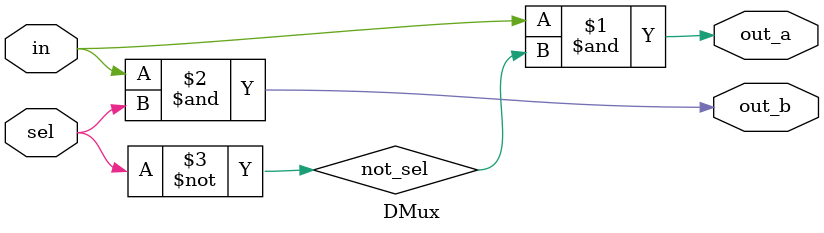
<source format=v>
`default_nettype none

module DMux (
  output wire out_a,
  output wire out_b,
  input wire in,
  input wire sel
);

  wire not_sel;

  not inv1(not_sel, sel);
  and and1(out_a, in, not_sel);
  and and1(out_b, in, sel);

endmodule


</source>
